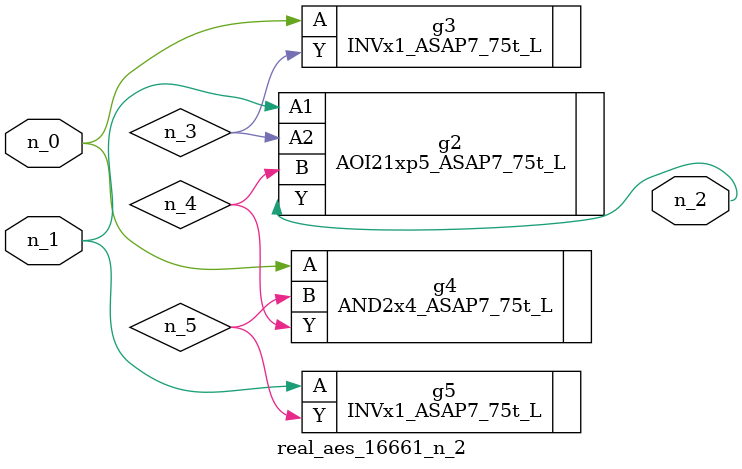
<source format=v>
module real_aes_16661_n_2 (n_0, n_1, n_2);
input n_0;
input n_1;
output n_2;
wire n_4;
wire n_3;
wire n_5;
INVx1_ASAP7_75t_L g3 ( .A(n_0), .Y(n_3) );
AND2x4_ASAP7_75t_L g4 ( .A(n_0), .B(n_5), .Y(n_4) );
AOI21xp5_ASAP7_75t_L g2 ( .A1(n_1), .A2(n_3), .B(n_4), .Y(n_2) );
INVx1_ASAP7_75t_L g5 ( .A(n_1), .Y(n_5) );
endmodule
</source>
